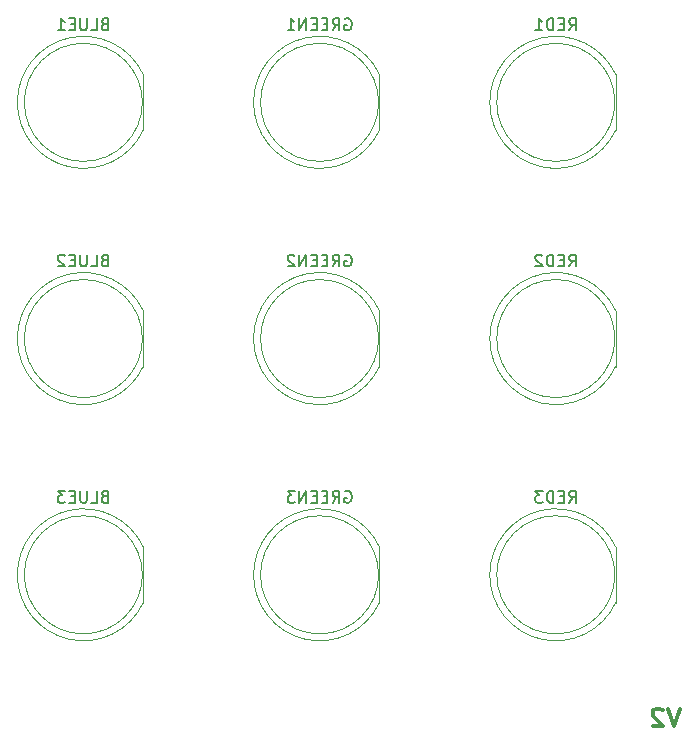
<source format=gbo>
%TF.GenerationSoftware,KiCad,Pcbnew,(5.99.0-9607-gdb88c0fa61)*%
%TF.CreationDate,2021-05-11T21:43:54-07:00*%
%TF.ProjectId,hugo_board,6875676f-5f62-46f6-9172-642e6b696361,rev?*%
%TF.SameCoordinates,Original*%
%TF.FileFunction,Legend,Bot*%
%TF.FilePolarity,Positive*%
%FSLAX46Y46*%
G04 Gerber Fmt 4.6, Leading zero omitted, Abs format (unit mm)*
G04 Created by KiCad (PCBNEW (5.99.0-9607-gdb88c0fa61)) date 2021-05-11 21:43:54*
%MOMM*%
%LPD*%
G01*
G04 APERTURE LIST*
%ADD10C,0.300000*%
%ADD11C,0.150000*%
%ADD12C,0.120000*%
G04 APERTURE END LIST*
D10*
X182814285Y-116228571D02*
X182314285Y-117728571D01*
X181814285Y-116228571D01*
X181385714Y-116371428D02*
X181314285Y-116300000D01*
X181171428Y-116228571D01*
X180814285Y-116228571D01*
X180671428Y-116300000D01*
X180600000Y-116371428D01*
X180528571Y-116514285D01*
X180528571Y-116657142D01*
X180600000Y-116871428D01*
X181457142Y-117728571D01*
X180528571Y-117728571D01*
D11*
%TO.C,GREEN1*%
X154482857Y-57827500D02*
X154578095Y-57779880D01*
X154720952Y-57779880D01*
X154863809Y-57827500D01*
X154959047Y-57922738D01*
X155006666Y-58017976D01*
X155054285Y-58208452D01*
X155054285Y-58351309D01*
X155006666Y-58541785D01*
X154959047Y-58637023D01*
X154863809Y-58732261D01*
X154720952Y-58779880D01*
X154625714Y-58779880D01*
X154482857Y-58732261D01*
X154435238Y-58684642D01*
X154435238Y-58351309D01*
X154625714Y-58351309D01*
X153435238Y-58779880D02*
X153768571Y-58303690D01*
X154006666Y-58779880D02*
X154006666Y-57779880D01*
X153625714Y-57779880D01*
X153530476Y-57827500D01*
X153482857Y-57875119D01*
X153435238Y-57970357D01*
X153435238Y-58113214D01*
X153482857Y-58208452D01*
X153530476Y-58256071D01*
X153625714Y-58303690D01*
X154006666Y-58303690D01*
X153006666Y-58256071D02*
X152673333Y-58256071D01*
X152530476Y-58779880D02*
X153006666Y-58779880D01*
X153006666Y-57779880D01*
X152530476Y-57779880D01*
X152101904Y-58256071D02*
X151768571Y-58256071D01*
X151625714Y-58779880D02*
X152101904Y-58779880D01*
X152101904Y-57779880D01*
X151625714Y-57779880D01*
X151197142Y-58779880D02*
X151197142Y-57779880D01*
X150625714Y-58779880D01*
X150625714Y-57779880D01*
X149625714Y-58779880D02*
X150197142Y-58779880D01*
X149911428Y-58779880D02*
X149911428Y-57779880D01*
X150006666Y-57922738D01*
X150101904Y-58017976D01*
X150197142Y-58065595D01*
%TO.C,BLUE2*%
X134125714Y-78256071D02*
X133982857Y-78303690D01*
X133935238Y-78351309D01*
X133887619Y-78446547D01*
X133887619Y-78589404D01*
X133935238Y-78684642D01*
X133982857Y-78732261D01*
X134078095Y-78779880D01*
X134459047Y-78779880D01*
X134459047Y-77779880D01*
X134125714Y-77779880D01*
X134030476Y-77827500D01*
X133982857Y-77875119D01*
X133935238Y-77970357D01*
X133935238Y-78065595D01*
X133982857Y-78160833D01*
X134030476Y-78208452D01*
X134125714Y-78256071D01*
X134459047Y-78256071D01*
X132982857Y-78779880D02*
X133459047Y-78779880D01*
X133459047Y-77779880D01*
X132649523Y-77779880D02*
X132649523Y-78589404D01*
X132601904Y-78684642D01*
X132554285Y-78732261D01*
X132459047Y-78779880D01*
X132268571Y-78779880D01*
X132173333Y-78732261D01*
X132125714Y-78684642D01*
X132078095Y-78589404D01*
X132078095Y-77779880D01*
X131601904Y-78256071D02*
X131268571Y-78256071D01*
X131125714Y-78779880D02*
X131601904Y-78779880D01*
X131601904Y-77779880D01*
X131125714Y-77779880D01*
X130744761Y-77875119D02*
X130697142Y-77827500D01*
X130601904Y-77779880D01*
X130363809Y-77779880D01*
X130268571Y-77827500D01*
X130220952Y-77875119D01*
X130173333Y-77970357D01*
X130173333Y-78065595D01*
X130220952Y-78208452D01*
X130792380Y-78779880D01*
X130173333Y-78779880D01*
%TO.C,BLUE3*%
X134125714Y-98256071D02*
X133982857Y-98303690D01*
X133935238Y-98351309D01*
X133887619Y-98446547D01*
X133887619Y-98589404D01*
X133935238Y-98684642D01*
X133982857Y-98732261D01*
X134078095Y-98779880D01*
X134459047Y-98779880D01*
X134459047Y-97779880D01*
X134125714Y-97779880D01*
X134030476Y-97827500D01*
X133982857Y-97875119D01*
X133935238Y-97970357D01*
X133935238Y-98065595D01*
X133982857Y-98160833D01*
X134030476Y-98208452D01*
X134125714Y-98256071D01*
X134459047Y-98256071D01*
X132982857Y-98779880D02*
X133459047Y-98779880D01*
X133459047Y-97779880D01*
X132649523Y-97779880D02*
X132649523Y-98589404D01*
X132601904Y-98684642D01*
X132554285Y-98732261D01*
X132459047Y-98779880D01*
X132268571Y-98779880D01*
X132173333Y-98732261D01*
X132125714Y-98684642D01*
X132078095Y-98589404D01*
X132078095Y-97779880D01*
X131601904Y-98256071D02*
X131268571Y-98256071D01*
X131125714Y-98779880D02*
X131601904Y-98779880D01*
X131601904Y-97779880D01*
X131125714Y-97779880D01*
X130792380Y-97779880D02*
X130173333Y-97779880D01*
X130506666Y-98160833D01*
X130363809Y-98160833D01*
X130268571Y-98208452D01*
X130220952Y-98256071D01*
X130173333Y-98351309D01*
X130173333Y-98589404D01*
X130220952Y-98684642D01*
X130268571Y-98732261D01*
X130363809Y-98779880D01*
X130649523Y-98779880D01*
X130744761Y-98732261D01*
X130792380Y-98684642D01*
%TO.C,RED2*%
X173459047Y-78779880D02*
X173792380Y-78303690D01*
X174030476Y-78779880D02*
X174030476Y-77779880D01*
X173649523Y-77779880D01*
X173554285Y-77827500D01*
X173506666Y-77875119D01*
X173459047Y-77970357D01*
X173459047Y-78113214D01*
X173506666Y-78208452D01*
X173554285Y-78256071D01*
X173649523Y-78303690D01*
X174030476Y-78303690D01*
X173030476Y-78256071D02*
X172697142Y-78256071D01*
X172554285Y-78779880D02*
X173030476Y-78779880D01*
X173030476Y-77779880D01*
X172554285Y-77779880D01*
X172125714Y-78779880D02*
X172125714Y-77779880D01*
X171887619Y-77779880D01*
X171744761Y-77827500D01*
X171649523Y-77922738D01*
X171601904Y-78017976D01*
X171554285Y-78208452D01*
X171554285Y-78351309D01*
X171601904Y-78541785D01*
X171649523Y-78637023D01*
X171744761Y-78732261D01*
X171887619Y-78779880D01*
X172125714Y-78779880D01*
X171173333Y-77875119D02*
X171125714Y-77827500D01*
X171030476Y-77779880D01*
X170792380Y-77779880D01*
X170697142Y-77827500D01*
X170649523Y-77875119D01*
X170601904Y-77970357D01*
X170601904Y-78065595D01*
X170649523Y-78208452D01*
X171220952Y-78779880D01*
X170601904Y-78779880D01*
%TO.C,GREEN2*%
X154482857Y-77827500D02*
X154578095Y-77779880D01*
X154720952Y-77779880D01*
X154863809Y-77827500D01*
X154959047Y-77922738D01*
X155006666Y-78017976D01*
X155054285Y-78208452D01*
X155054285Y-78351309D01*
X155006666Y-78541785D01*
X154959047Y-78637023D01*
X154863809Y-78732261D01*
X154720952Y-78779880D01*
X154625714Y-78779880D01*
X154482857Y-78732261D01*
X154435238Y-78684642D01*
X154435238Y-78351309D01*
X154625714Y-78351309D01*
X153435238Y-78779880D02*
X153768571Y-78303690D01*
X154006666Y-78779880D02*
X154006666Y-77779880D01*
X153625714Y-77779880D01*
X153530476Y-77827500D01*
X153482857Y-77875119D01*
X153435238Y-77970357D01*
X153435238Y-78113214D01*
X153482857Y-78208452D01*
X153530476Y-78256071D01*
X153625714Y-78303690D01*
X154006666Y-78303690D01*
X153006666Y-78256071D02*
X152673333Y-78256071D01*
X152530476Y-78779880D02*
X153006666Y-78779880D01*
X153006666Y-77779880D01*
X152530476Y-77779880D01*
X152101904Y-78256071D02*
X151768571Y-78256071D01*
X151625714Y-78779880D02*
X152101904Y-78779880D01*
X152101904Y-77779880D01*
X151625714Y-77779880D01*
X151197142Y-78779880D02*
X151197142Y-77779880D01*
X150625714Y-78779880D01*
X150625714Y-77779880D01*
X150197142Y-77875119D02*
X150149523Y-77827500D01*
X150054285Y-77779880D01*
X149816190Y-77779880D01*
X149720952Y-77827500D01*
X149673333Y-77875119D01*
X149625714Y-77970357D01*
X149625714Y-78065595D01*
X149673333Y-78208452D01*
X150244761Y-78779880D01*
X149625714Y-78779880D01*
%TO.C,GREEN3*%
X154482857Y-97827500D02*
X154578095Y-97779880D01*
X154720952Y-97779880D01*
X154863809Y-97827500D01*
X154959047Y-97922738D01*
X155006666Y-98017976D01*
X155054285Y-98208452D01*
X155054285Y-98351309D01*
X155006666Y-98541785D01*
X154959047Y-98637023D01*
X154863809Y-98732261D01*
X154720952Y-98779880D01*
X154625714Y-98779880D01*
X154482857Y-98732261D01*
X154435238Y-98684642D01*
X154435238Y-98351309D01*
X154625714Y-98351309D01*
X153435238Y-98779880D02*
X153768571Y-98303690D01*
X154006666Y-98779880D02*
X154006666Y-97779880D01*
X153625714Y-97779880D01*
X153530476Y-97827500D01*
X153482857Y-97875119D01*
X153435238Y-97970357D01*
X153435238Y-98113214D01*
X153482857Y-98208452D01*
X153530476Y-98256071D01*
X153625714Y-98303690D01*
X154006666Y-98303690D01*
X153006666Y-98256071D02*
X152673333Y-98256071D01*
X152530476Y-98779880D02*
X153006666Y-98779880D01*
X153006666Y-97779880D01*
X152530476Y-97779880D01*
X152101904Y-98256071D02*
X151768571Y-98256071D01*
X151625714Y-98779880D02*
X152101904Y-98779880D01*
X152101904Y-97779880D01*
X151625714Y-97779880D01*
X151197142Y-98779880D02*
X151197142Y-97779880D01*
X150625714Y-98779880D01*
X150625714Y-97779880D01*
X150244761Y-97779880D02*
X149625714Y-97779880D01*
X149959047Y-98160833D01*
X149816190Y-98160833D01*
X149720952Y-98208452D01*
X149673333Y-98256071D01*
X149625714Y-98351309D01*
X149625714Y-98589404D01*
X149673333Y-98684642D01*
X149720952Y-98732261D01*
X149816190Y-98779880D01*
X150101904Y-98779880D01*
X150197142Y-98732261D01*
X150244761Y-98684642D01*
%TO.C,BLUE1*%
X134125714Y-58256071D02*
X133982857Y-58303690D01*
X133935238Y-58351309D01*
X133887619Y-58446547D01*
X133887619Y-58589404D01*
X133935238Y-58684642D01*
X133982857Y-58732261D01*
X134078095Y-58779880D01*
X134459047Y-58779880D01*
X134459047Y-57779880D01*
X134125714Y-57779880D01*
X134030476Y-57827500D01*
X133982857Y-57875119D01*
X133935238Y-57970357D01*
X133935238Y-58065595D01*
X133982857Y-58160833D01*
X134030476Y-58208452D01*
X134125714Y-58256071D01*
X134459047Y-58256071D01*
X132982857Y-58779880D02*
X133459047Y-58779880D01*
X133459047Y-57779880D01*
X132649523Y-57779880D02*
X132649523Y-58589404D01*
X132601904Y-58684642D01*
X132554285Y-58732261D01*
X132459047Y-58779880D01*
X132268571Y-58779880D01*
X132173333Y-58732261D01*
X132125714Y-58684642D01*
X132078095Y-58589404D01*
X132078095Y-57779880D01*
X131601904Y-58256071D02*
X131268571Y-58256071D01*
X131125714Y-58779880D02*
X131601904Y-58779880D01*
X131601904Y-57779880D01*
X131125714Y-57779880D01*
X130173333Y-58779880D02*
X130744761Y-58779880D01*
X130459047Y-58779880D02*
X130459047Y-57779880D01*
X130554285Y-57922738D01*
X130649523Y-58017976D01*
X130744761Y-58065595D01*
%TO.C,RED3*%
X173459047Y-98779880D02*
X173792380Y-98303690D01*
X174030476Y-98779880D02*
X174030476Y-97779880D01*
X173649523Y-97779880D01*
X173554285Y-97827500D01*
X173506666Y-97875119D01*
X173459047Y-97970357D01*
X173459047Y-98113214D01*
X173506666Y-98208452D01*
X173554285Y-98256071D01*
X173649523Y-98303690D01*
X174030476Y-98303690D01*
X173030476Y-98256071D02*
X172697142Y-98256071D01*
X172554285Y-98779880D02*
X173030476Y-98779880D01*
X173030476Y-97779880D01*
X172554285Y-97779880D01*
X172125714Y-98779880D02*
X172125714Y-97779880D01*
X171887619Y-97779880D01*
X171744761Y-97827500D01*
X171649523Y-97922738D01*
X171601904Y-98017976D01*
X171554285Y-98208452D01*
X171554285Y-98351309D01*
X171601904Y-98541785D01*
X171649523Y-98637023D01*
X171744761Y-98732261D01*
X171887619Y-98779880D01*
X172125714Y-98779880D01*
X171220952Y-97779880D02*
X170601904Y-97779880D01*
X170935238Y-98160833D01*
X170792380Y-98160833D01*
X170697142Y-98208452D01*
X170649523Y-98256071D01*
X170601904Y-98351309D01*
X170601904Y-98589404D01*
X170649523Y-98684642D01*
X170697142Y-98732261D01*
X170792380Y-98779880D01*
X171078095Y-98779880D01*
X171173333Y-98732261D01*
X171220952Y-98684642D01*
%TO.C,RED1*%
X173459047Y-58779880D02*
X173792380Y-58303690D01*
X174030476Y-58779880D02*
X174030476Y-57779880D01*
X173649523Y-57779880D01*
X173554285Y-57827500D01*
X173506666Y-57875119D01*
X173459047Y-57970357D01*
X173459047Y-58113214D01*
X173506666Y-58208452D01*
X173554285Y-58256071D01*
X173649523Y-58303690D01*
X174030476Y-58303690D01*
X173030476Y-58256071D02*
X172697142Y-58256071D01*
X172554285Y-58779880D02*
X173030476Y-58779880D01*
X173030476Y-57779880D01*
X172554285Y-57779880D01*
X172125714Y-58779880D02*
X172125714Y-57779880D01*
X171887619Y-57779880D01*
X171744761Y-57827500D01*
X171649523Y-57922738D01*
X171601904Y-58017976D01*
X171554285Y-58208452D01*
X171554285Y-58351309D01*
X171601904Y-58541785D01*
X171649523Y-58637023D01*
X171744761Y-58732261D01*
X171887619Y-58779880D01*
X172125714Y-58779880D01*
X170601904Y-58779880D02*
X171173333Y-58779880D01*
X170887619Y-58779880D02*
X170887619Y-57779880D01*
X170982857Y-57922738D01*
X171078095Y-58017976D01*
X171173333Y-58065595D01*
D12*
%TO.C,GREEN1*%
X157400000Y-62511500D02*
X157400000Y-67263500D01*
X146750002Y-64882759D02*
G75*
G02*
X157400000Y-62511684I5589998J-4741D01*
G01*
X146750002Y-64892241D02*
G75*
G03*
X157400000Y-67263316I5589998J4741D01*
G01*
X157340000Y-64887500D02*
G75*
G03*
X157340000Y-64887500I-5000000J0D01*
G01*
%TO.C,BLUE2*%
X137400000Y-82511500D02*
X137400000Y-87263500D01*
X126750002Y-84882759D02*
G75*
G02*
X137400000Y-82511684I5589998J-4741D01*
G01*
X126750002Y-84892241D02*
G75*
G03*
X137400000Y-87263316I5589998J4741D01*
G01*
X137340000Y-84887500D02*
G75*
G03*
X137340000Y-84887500I-5000000J0D01*
G01*
%TO.C,BLUE3*%
X137400000Y-102511500D02*
X137400000Y-107263500D01*
X126750002Y-104892241D02*
G75*
G03*
X137400000Y-107263316I5589998J4741D01*
G01*
X126750002Y-104882759D02*
G75*
G02*
X137400000Y-102511684I5589998J-4741D01*
G01*
X137340000Y-104887500D02*
G75*
G03*
X137340000Y-104887500I-5000000J0D01*
G01*
%TO.C,RED2*%
X177400000Y-82511500D02*
X177400000Y-87263500D01*
X166750002Y-84882759D02*
G75*
G02*
X177400000Y-82511684I5589998J-4741D01*
G01*
X166750002Y-84892241D02*
G75*
G03*
X177400000Y-87263316I5589998J4741D01*
G01*
X177340000Y-84887500D02*
G75*
G03*
X177340000Y-84887500I-5000000J0D01*
G01*
%TO.C,GREEN2*%
X157400000Y-82511500D02*
X157400000Y-87263500D01*
X146750002Y-84892241D02*
G75*
G03*
X157400000Y-87263316I5589998J4741D01*
G01*
X146750002Y-84882759D02*
G75*
G02*
X157400000Y-82511684I5589998J-4741D01*
G01*
X157340000Y-84887500D02*
G75*
G03*
X157340000Y-84887500I-5000000J0D01*
G01*
%TO.C,GREEN3*%
X157400000Y-102511500D02*
X157400000Y-107263500D01*
X146750002Y-104892241D02*
G75*
G03*
X157400000Y-107263316I5589998J4741D01*
G01*
X146750002Y-104882759D02*
G75*
G02*
X157400000Y-102511684I5589998J-4741D01*
G01*
X157340000Y-104887500D02*
G75*
G03*
X157340000Y-104887500I-5000000J0D01*
G01*
%TO.C,BLUE1*%
X137400000Y-62511500D02*
X137400000Y-67263500D01*
X126750002Y-64882759D02*
G75*
G02*
X137400000Y-62511684I5589998J-4741D01*
G01*
X126750002Y-64892241D02*
G75*
G03*
X137400000Y-67263316I5589998J4741D01*
G01*
X137340000Y-64887500D02*
G75*
G03*
X137340000Y-64887500I-5000000J0D01*
G01*
%TO.C,RED3*%
X177400000Y-102511500D02*
X177400000Y-107263500D01*
X166750002Y-104892241D02*
G75*
G03*
X177400000Y-107263316I5589998J4741D01*
G01*
X166750002Y-104882759D02*
G75*
G02*
X177400000Y-102511684I5589998J-4741D01*
G01*
X177340000Y-104887500D02*
G75*
G03*
X177340000Y-104887500I-5000000J0D01*
G01*
%TO.C,RED1*%
X177400000Y-62511500D02*
X177400000Y-67263500D01*
X166750002Y-64882759D02*
G75*
G02*
X177400000Y-62511684I5589998J-4741D01*
G01*
X166750002Y-64892241D02*
G75*
G03*
X177400000Y-67263316I5589998J4741D01*
G01*
X177340000Y-64887500D02*
G75*
G03*
X177340000Y-64887500I-5000000J0D01*
G01*
%TD*%
M02*

</source>
